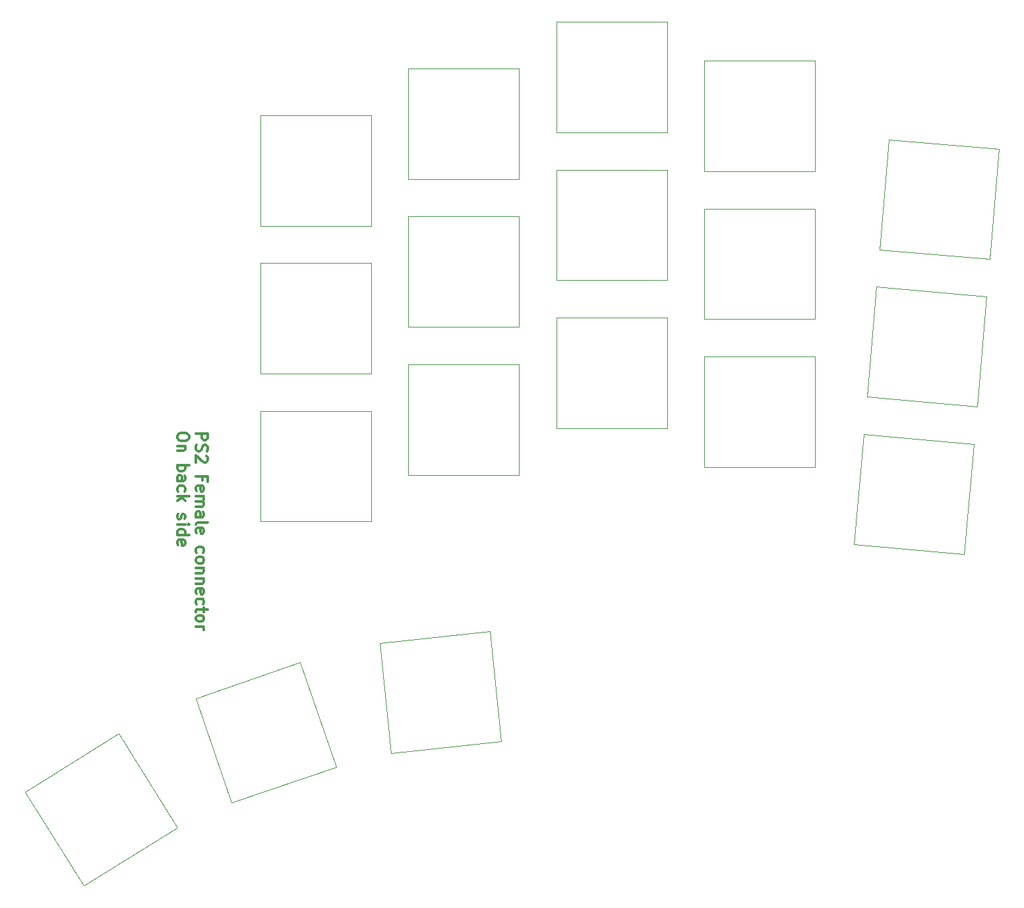
<source format=gbr>
%TF.GenerationSoftware,KiCad,Pcbnew,7.0.7*%
%TF.CreationDate,2023-11-23T18:27:24-07:00*%
%TF.ProjectId,TypeStationX - Right,54797065-5374-4617-9469-6f6e58202d20,rev?*%
%TF.SameCoordinates,Original*%
%TF.FileFunction,Legend,Top*%
%TF.FilePolarity,Positive*%
%FSLAX46Y46*%
G04 Gerber Fmt 4.6, Leading zero omitted, Abs format (unit mm)*
G04 Created by KiCad (PCBNEW 7.0.7) date 2023-11-23 18:27:24*
%MOMM*%
%LPD*%
G01*
G04 APERTURE LIST*
%ADD10C,0.300000*%
%ADD11C,0.120000*%
G04 APERTURE END LIST*
D10*
X178087398Y-97503589D02*
X179587398Y-97503589D01*
X179587398Y-97503589D02*
X179587398Y-98075018D01*
X179587398Y-98075018D02*
X179515969Y-98217875D01*
X179515969Y-98217875D02*
X179444541Y-98289304D01*
X179444541Y-98289304D02*
X179301684Y-98360732D01*
X179301684Y-98360732D02*
X179087398Y-98360732D01*
X179087398Y-98360732D02*
X178944541Y-98289304D01*
X178944541Y-98289304D02*
X178873112Y-98217875D01*
X178873112Y-98217875D02*
X178801684Y-98075018D01*
X178801684Y-98075018D02*
X178801684Y-97503589D01*
X178158827Y-98932161D02*
X178087398Y-99146447D01*
X178087398Y-99146447D02*
X178087398Y-99503589D01*
X178087398Y-99503589D02*
X178158827Y-99646447D01*
X178158827Y-99646447D02*
X178230255Y-99717875D01*
X178230255Y-99717875D02*
X178373112Y-99789304D01*
X178373112Y-99789304D02*
X178515969Y-99789304D01*
X178515969Y-99789304D02*
X178658827Y-99717875D01*
X178658827Y-99717875D02*
X178730255Y-99646447D01*
X178730255Y-99646447D02*
X178801684Y-99503589D01*
X178801684Y-99503589D02*
X178873112Y-99217875D01*
X178873112Y-99217875D02*
X178944541Y-99075018D01*
X178944541Y-99075018D02*
X179015969Y-99003589D01*
X179015969Y-99003589D02*
X179158827Y-98932161D01*
X179158827Y-98932161D02*
X179301684Y-98932161D01*
X179301684Y-98932161D02*
X179444541Y-99003589D01*
X179444541Y-99003589D02*
X179515969Y-99075018D01*
X179515969Y-99075018D02*
X179587398Y-99217875D01*
X179587398Y-99217875D02*
X179587398Y-99575018D01*
X179587398Y-99575018D02*
X179515969Y-99789304D01*
X179444541Y-100360732D02*
X179515969Y-100432160D01*
X179515969Y-100432160D02*
X179587398Y-100575018D01*
X179587398Y-100575018D02*
X179587398Y-100932160D01*
X179587398Y-100932160D02*
X179515969Y-101075018D01*
X179515969Y-101075018D02*
X179444541Y-101146446D01*
X179444541Y-101146446D02*
X179301684Y-101217875D01*
X179301684Y-101217875D02*
X179158827Y-101217875D01*
X179158827Y-101217875D02*
X178944541Y-101146446D01*
X178944541Y-101146446D02*
X178087398Y-100289303D01*
X178087398Y-100289303D02*
X178087398Y-101217875D01*
X178873112Y-103503588D02*
X178873112Y-103003588D01*
X178087398Y-103003588D02*
X179587398Y-103003588D01*
X179587398Y-103003588D02*
X179587398Y-103717874D01*
X178158827Y-104860731D02*
X178087398Y-104717874D01*
X178087398Y-104717874D02*
X178087398Y-104432160D01*
X178087398Y-104432160D02*
X178158827Y-104289302D01*
X178158827Y-104289302D02*
X178301684Y-104217874D01*
X178301684Y-104217874D02*
X178873112Y-104217874D01*
X178873112Y-104217874D02*
X179015969Y-104289302D01*
X179015969Y-104289302D02*
X179087398Y-104432160D01*
X179087398Y-104432160D02*
X179087398Y-104717874D01*
X179087398Y-104717874D02*
X179015969Y-104860731D01*
X179015969Y-104860731D02*
X178873112Y-104932160D01*
X178873112Y-104932160D02*
X178730255Y-104932160D01*
X178730255Y-104932160D02*
X178587398Y-104217874D01*
X178087398Y-105575016D02*
X179087398Y-105575016D01*
X178944541Y-105575016D02*
X179015969Y-105646445D01*
X179015969Y-105646445D02*
X179087398Y-105789302D01*
X179087398Y-105789302D02*
X179087398Y-106003588D01*
X179087398Y-106003588D02*
X179015969Y-106146445D01*
X179015969Y-106146445D02*
X178873112Y-106217874D01*
X178873112Y-106217874D02*
X178087398Y-106217874D01*
X178873112Y-106217874D02*
X179015969Y-106289302D01*
X179015969Y-106289302D02*
X179087398Y-106432159D01*
X179087398Y-106432159D02*
X179087398Y-106646445D01*
X179087398Y-106646445D02*
X179015969Y-106789302D01*
X179015969Y-106789302D02*
X178873112Y-106860731D01*
X178873112Y-106860731D02*
X178087398Y-106860731D01*
X178087398Y-108217874D02*
X178873112Y-108217874D01*
X178873112Y-108217874D02*
X179015969Y-108146445D01*
X179015969Y-108146445D02*
X179087398Y-108003588D01*
X179087398Y-108003588D02*
X179087398Y-107717874D01*
X179087398Y-107717874D02*
X179015969Y-107575016D01*
X178158827Y-108217874D02*
X178087398Y-108075016D01*
X178087398Y-108075016D02*
X178087398Y-107717874D01*
X178087398Y-107717874D02*
X178158827Y-107575016D01*
X178158827Y-107575016D02*
X178301684Y-107503588D01*
X178301684Y-107503588D02*
X178444541Y-107503588D01*
X178444541Y-107503588D02*
X178587398Y-107575016D01*
X178587398Y-107575016D02*
X178658827Y-107717874D01*
X178658827Y-107717874D02*
X178658827Y-108075016D01*
X178658827Y-108075016D02*
X178730255Y-108217874D01*
X178087398Y-109146445D02*
X178158827Y-109003588D01*
X178158827Y-109003588D02*
X178301684Y-108932159D01*
X178301684Y-108932159D02*
X179587398Y-108932159D01*
X178158827Y-110289302D02*
X178087398Y-110146445D01*
X178087398Y-110146445D02*
X178087398Y-109860731D01*
X178087398Y-109860731D02*
X178158827Y-109717873D01*
X178158827Y-109717873D02*
X178301684Y-109646445D01*
X178301684Y-109646445D02*
X178873112Y-109646445D01*
X178873112Y-109646445D02*
X179015969Y-109717873D01*
X179015969Y-109717873D02*
X179087398Y-109860731D01*
X179087398Y-109860731D02*
X179087398Y-110146445D01*
X179087398Y-110146445D02*
X179015969Y-110289302D01*
X179015969Y-110289302D02*
X178873112Y-110360731D01*
X178873112Y-110360731D02*
X178730255Y-110360731D01*
X178730255Y-110360731D02*
X178587398Y-109646445D01*
X178158827Y-112789302D02*
X178087398Y-112646444D01*
X178087398Y-112646444D02*
X178087398Y-112360730D01*
X178087398Y-112360730D02*
X178158827Y-112217873D01*
X178158827Y-112217873D02*
X178230255Y-112146444D01*
X178230255Y-112146444D02*
X178373112Y-112075016D01*
X178373112Y-112075016D02*
X178801684Y-112075016D01*
X178801684Y-112075016D02*
X178944541Y-112146444D01*
X178944541Y-112146444D02*
X179015969Y-112217873D01*
X179015969Y-112217873D02*
X179087398Y-112360730D01*
X179087398Y-112360730D02*
X179087398Y-112646444D01*
X179087398Y-112646444D02*
X179015969Y-112789302D01*
X178087398Y-113646444D02*
X178158827Y-113503587D01*
X178158827Y-113503587D02*
X178230255Y-113432158D01*
X178230255Y-113432158D02*
X178373112Y-113360730D01*
X178373112Y-113360730D02*
X178801684Y-113360730D01*
X178801684Y-113360730D02*
X178944541Y-113432158D01*
X178944541Y-113432158D02*
X179015969Y-113503587D01*
X179015969Y-113503587D02*
X179087398Y-113646444D01*
X179087398Y-113646444D02*
X179087398Y-113860730D01*
X179087398Y-113860730D02*
X179015969Y-114003587D01*
X179015969Y-114003587D02*
X178944541Y-114075016D01*
X178944541Y-114075016D02*
X178801684Y-114146444D01*
X178801684Y-114146444D02*
X178373112Y-114146444D01*
X178373112Y-114146444D02*
X178230255Y-114075016D01*
X178230255Y-114075016D02*
X178158827Y-114003587D01*
X178158827Y-114003587D02*
X178087398Y-113860730D01*
X178087398Y-113860730D02*
X178087398Y-113646444D01*
X179087398Y-114789301D02*
X178087398Y-114789301D01*
X178944541Y-114789301D02*
X179015969Y-114860730D01*
X179015969Y-114860730D02*
X179087398Y-115003587D01*
X179087398Y-115003587D02*
X179087398Y-115217873D01*
X179087398Y-115217873D02*
X179015969Y-115360730D01*
X179015969Y-115360730D02*
X178873112Y-115432159D01*
X178873112Y-115432159D02*
X178087398Y-115432159D01*
X179087398Y-116146444D02*
X178087398Y-116146444D01*
X178944541Y-116146444D02*
X179015969Y-116217873D01*
X179015969Y-116217873D02*
X179087398Y-116360730D01*
X179087398Y-116360730D02*
X179087398Y-116575016D01*
X179087398Y-116575016D02*
X179015969Y-116717873D01*
X179015969Y-116717873D02*
X178873112Y-116789302D01*
X178873112Y-116789302D02*
X178087398Y-116789302D01*
X178158827Y-118075016D02*
X178087398Y-117932159D01*
X178087398Y-117932159D02*
X178087398Y-117646445D01*
X178087398Y-117646445D02*
X178158827Y-117503587D01*
X178158827Y-117503587D02*
X178301684Y-117432159D01*
X178301684Y-117432159D02*
X178873112Y-117432159D01*
X178873112Y-117432159D02*
X179015969Y-117503587D01*
X179015969Y-117503587D02*
X179087398Y-117646445D01*
X179087398Y-117646445D02*
X179087398Y-117932159D01*
X179087398Y-117932159D02*
X179015969Y-118075016D01*
X179015969Y-118075016D02*
X178873112Y-118146445D01*
X178873112Y-118146445D02*
X178730255Y-118146445D01*
X178730255Y-118146445D02*
X178587398Y-117432159D01*
X178158827Y-119432159D02*
X178087398Y-119289301D01*
X178087398Y-119289301D02*
X178087398Y-119003587D01*
X178087398Y-119003587D02*
X178158827Y-118860730D01*
X178158827Y-118860730D02*
X178230255Y-118789301D01*
X178230255Y-118789301D02*
X178373112Y-118717873D01*
X178373112Y-118717873D02*
X178801684Y-118717873D01*
X178801684Y-118717873D02*
X178944541Y-118789301D01*
X178944541Y-118789301D02*
X179015969Y-118860730D01*
X179015969Y-118860730D02*
X179087398Y-119003587D01*
X179087398Y-119003587D02*
X179087398Y-119289301D01*
X179087398Y-119289301D02*
X179015969Y-119432159D01*
X179087398Y-119860730D02*
X179087398Y-120432158D01*
X179587398Y-120075015D02*
X178301684Y-120075015D01*
X178301684Y-120075015D02*
X178158827Y-120146444D01*
X178158827Y-120146444D02*
X178087398Y-120289301D01*
X178087398Y-120289301D02*
X178087398Y-120432158D01*
X178087398Y-121146444D02*
X178158827Y-121003587D01*
X178158827Y-121003587D02*
X178230255Y-120932158D01*
X178230255Y-120932158D02*
X178373112Y-120860730D01*
X178373112Y-120860730D02*
X178801684Y-120860730D01*
X178801684Y-120860730D02*
X178944541Y-120932158D01*
X178944541Y-120932158D02*
X179015969Y-121003587D01*
X179015969Y-121003587D02*
X179087398Y-121146444D01*
X179087398Y-121146444D02*
X179087398Y-121360730D01*
X179087398Y-121360730D02*
X179015969Y-121503587D01*
X179015969Y-121503587D02*
X178944541Y-121575016D01*
X178944541Y-121575016D02*
X178801684Y-121646444D01*
X178801684Y-121646444D02*
X178373112Y-121646444D01*
X178373112Y-121646444D02*
X178230255Y-121575016D01*
X178230255Y-121575016D02*
X178158827Y-121503587D01*
X178158827Y-121503587D02*
X178087398Y-121360730D01*
X178087398Y-121360730D02*
X178087398Y-121146444D01*
X178087398Y-122289301D02*
X179087398Y-122289301D01*
X178801684Y-122289301D02*
X178944541Y-122360730D01*
X178944541Y-122360730D02*
X179015969Y-122432159D01*
X179015969Y-122432159D02*
X179087398Y-122575016D01*
X179087398Y-122575016D02*
X179087398Y-122717873D01*
X177172398Y-97789304D02*
X177172398Y-98075018D01*
X177172398Y-98075018D02*
X177100969Y-98217875D01*
X177100969Y-98217875D02*
X176958112Y-98360732D01*
X176958112Y-98360732D02*
X176672398Y-98432161D01*
X176672398Y-98432161D02*
X176172398Y-98432161D01*
X176172398Y-98432161D02*
X175886684Y-98360732D01*
X175886684Y-98360732D02*
X175743827Y-98217875D01*
X175743827Y-98217875D02*
X175672398Y-98075018D01*
X175672398Y-98075018D02*
X175672398Y-97789304D01*
X175672398Y-97789304D02*
X175743827Y-97646447D01*
X175743827Y-97646447D02*
X175886684Y-97503589D01*
X175886684Y-97503589D02*
X176172398Y-97432161D01*
X176172398Y-97432161D02*
X176672398Y-97432161D01*
X176672398Y-97432161D02*
X176958112Y-97503589D01*
X176958112Y-97503589D02*
X177100969Y-97646447D01*
X177100969Y-97646447D02*
X177172398Y-97789304D01*
X176672398Y-99075018D02*
X175672398Y-99075018D01*
X176529541Y-99075018D02*
X176600969Y-99146447D01*
X176600969Y-99146447D02*
X176672398Y-99289304D01*
X176672398Y-99289304D02*
X176672398Y-99503590D01*
X176672398Y-99503590D02*
X176600969Y-99646447D01*
X176600969Y-99646447D02*
X176458112Y-99717876D01*
X176458112Y-99717876D02*
X175672398Y-99717876D01*
X175672398Y-101575018D02*
X177172398Y-101575018D01*
X176600969Y-101575018D02*
X176672398Y-101717876D01*
X176672398Y-101717876D02*
X176672398Y-102003590D01*
X176672398Y-102003590D02*
X176600969Y-102146447D01*
X176600969Y-102146447D02*
X176529541Y-102217876D01*
X176529541Y-102217876D02*
X176386684Y-102289304D01*
X176386684Y-102289304D02*
X175958112Y-102289304D01*
X175958112Y-102289304D02*
X175815255Y-102217876D01*
X175815255Y-102217876D02*
X175743827Y-102146447D01*
X175743827Y-102146447D02*
X175672398Y-102003590D01*
X175672398Y-102003590D02*
X175672398Y-101717876D01*
X175672398Y-101717876D02*
X175743827Y-101575018D01*
X175672398Y-103575019D02*
X176458112Y-103575019D01*
X176458112Y-103575019D02*
X176600969Y-103503590D01*
X176600969Y-103503590D02*
X176672398Y-103360733D01*
X176672398Y-103360733D02*
X176672398Y-103075019D01*
X176672398Y-103075019D02*
X176600969Y-102932161D01*
X175743827Y-103575019D02*
X175672398Y-103432161D01*
X175672398Y-103432161D02*
X175672398Y-103075019D01*
X175672398Y-103075019D02*
X175743827Y-102932161D01*
X175743827Y-102932161D02*
X175886684Y-102860733D01*
X175886684Y-102860733D02*
X176029541Y-102860733D01*
X176029541Y-102860733D02*
X176172398Y-102932161D01*
X176172398Y-102932161D02*
X176243827Y-103075019D01*
X176243827Y-103075019D02*
X176243827Y-103432161D01*
X176243827Y-103432161D02*
X176315255Y-103575019D01*
X175743827Y-104932162D02*
X175672398Y-104789304D01*
X175672398Y-104789304D02*
X175672398Y-104503590D01*
X175672398Y-104503590D02*
X175743827Y-104360733D01*
X175743827Y-104360733D02*
X175815255Y-104289304D01*
X175815255Y-104289304D02*
X175958112Y-104217876D01*
X175958112Y-104217876D02*
X176386684Y-104217876D01*
X176386684Y-104217876D02*
X176529541Y-104289304D01*
X176529541Y-104289304D02*
X176600969Y-104360733D01*
X176600969Y-104360733D02*
X176672398Y-104503590D01*
X176672398Y-104503590D02*
X176672398Y-104789304D01*
X176672398Y-104789304D02*
X176600969Y-104932162D01*
X175672398Y-105575018D02*
X177172398Y-105575018D01*
X176243827Y-105717876D02*
X175672398Y-106146447D01*
X176672398Y-106146447D02*
X176100969Y-105575018D01*
X175743827Y-107860733D02*
X175672398Y-108003590D01*
X175672398Y-108003590D02*
X175672398Y-108289304D01*
X175672398Y-108289304D02*
X175743827Y-108432161D01*
X175743827Y-108432161D02*
X175886684Y-108503590D01*
X175886684Y-108503590D02*
X175958112Y-108503590D01*
X175958112Y-108503590D02*
X176100969Y-108432161D01*
X176100969Y-108432161D02*
X176172398Y-108289304D01*
X176172398Y-108289304D02*
X176172398Y-108075019D01*
X176172398Y-108075019D02*
X176243827Y-107932161D01*
X176243827Y-107932161D02*
X176386684Y-107860733D01*
X176386684Y-107860733D02*
X176458112Y-107860733D01*
X176458112Y-107860733D02*
X176600969Y-107932161D01*
X176600969Y-107932161D02*
X176672398Y-108075019D01*
X176672398Y-108075019D02*
X176672398Y-108289304D01*
X176672398Y-108289304D02*
X176600969Y-108432161D01*
X175672398Y-109146447D02*
X176672398Y-109146447D01*
X177172398Y-109146447D02*
X177100969Y-109075019D01*
X177100969Y-109075019D02*
X177029541Y-109146447D01*
X177029541Y-109146447D02*
X177100969Y-109217876D01*
X177100969Y-109217876D02*
X177172398Y-109146447D01*
X177172398Y-109146447D02*
X177029541Y-109146447D01*
X175672398Y-110503591D02*
X177172398Y-110503591D01*
X175743827Y-110503591D02*
X175672398Y-110360733D01*
X175672398Y-110360733D02*
X175672398Y-110075019D01*
X175672398Y-110075019D02*
X175743827Y-109932162D01*
X175743827Y-109932162D02*
X175815255Y-109860733D01*
X175815255Y-109860733D02*
X175958112Y-109789305D01*
X175958112Y-109789305D02*
X176386684Y-109789305D01*
X176386684Y-109789305D02*
X176529541Y-109860733D01*
X176529541Y-109860733D02*
X176600969Y-109932162D01*
X176600969Y-109932162D02*
X176672398Y-110075019D01*
X176672398Y-110075019D02*
X176672398Y-110360733D01*
X176672398Y-110360733D02*
X176600969Y-110503591D01*
X175743827Y-111789305D02*
X175672398Y-111646448D01*
X175672398Y-111646448D02*
X175672398Y-111360734D01*
X175672398Y-111360734D02*
X175743827Y-111217876D01*
X175743827Y-111217876D02*
X175886684Y-111146448D01*
X175886684Y-111146448D02*
X176458112Y-111146448D01*
X176458112Y-111146448D02*
X176600969Y-111217876D01*
X176600969Y-111217876D02*
X176672398Y-111360734D01*
X176672398Y-111360734D02*
X176672398Y-111646448D01*
X176672398Y-111646448D02*
X176600969Y-111789305D01*
X176600969Y-111789305D02*
X176458112Y-111860734D01*
X176458112Y-111860734D02*
X176315255Y-111860734D01*
X176315255Y-111860734D02*
X176172398Y-111146448D01*
D11*
%TO.C,S31*%
X243355964Y-87599079D02*
X243355964Y-101799079D01*
X243355964Y-101799079D02*
X257555964Y-101799079D01*
X257555964Y-87599079D02*
X243355964Y-87599079D01*
X257555964Y-101799079D02*
X257555964Y-87599079D01*
%TO.C,S22*%
X205355964Y-50599079D02*
X205355964Y-64799079D01*
X205355964Y-64799079D02*
X219555964Y-64799079D01*
X219555964Y-50599079D02*
X205355964Y-50599079D01*
X219555964Y-64799079D02*
X219555964Y-50599079D01*
%TO.C,S25*%
X224355964Y-44599079D02*
X224355964Y-58799079D01*
X224355964Y-58799079D02*
X238555964Y-58799079D01*
X238555964Y-44599079D02*
X224355964Y-44599079D01*
X238555964Y-58799079D02*
X238555964Y-44599079D01*
%TO.C,S28*%
X156096287Y-143582889D02*
X163621140Y-155625172D01*
X163621140Y-155625172D02*
X175663423Y-148100319D01*
X168138570Y-136058036D02*
X156096287Y-143582889D01*
X175663423Y-148100319D02*
X168138570Y-136058036D01*
%TO.C,S34*%
X265445945Y-78622285D02*
X264208334Y-92768250D01*
X264208334Y-92768250D02*
X278354299Y-94005861D01*
X279591910Y-79859896D02*
X265445945Y-78622285D01*
X278354299Y-94005861D02*
X279591910Y-79859896D01*
%TO.C,S23*%
X205355964Y-69599079D02*
X205355964Y-83799079D01*
X205355964Y-83799079D02*
X219555964Y-83799079D01*
X219555964Y-69599079D02*
X205355964Y-69599079D01*
X219555964Y-83799079D02*
X219555964Y-69599079D01*
%TO.C,S30*%
X243355964Y-68599079D02*
X243355964Y-82799079D01*
X243355964Y-82799079D02*
X257555964Y-82799079D01*
X257555964Y-68599079D02*
X243355964Y-68599079D01*
X257555964Y-82799079D02*
X257555964Y-68599079D01*
%TO.C,S19*%
X186355962Y-56599079D02*
X186355962Y-70799079D01*
X186355962Y-70799079D02*
X200555962Y-70799079D01*
X200555962Y-56599079D02*
X186355962Y-56599079D01*
X200555962Y-70799079D02*
X200555962Y-56599079D01*
%TO.C,S26*%
X224355964Y-63599079D02*
X224355964Y-77799079D01*
X224355964Y-77799079D02*
X238555964Y-77799079D01*
X238555964Y-63599079D02*
X224355964Y-63599079D01*
X238555964Y-77799079D02*
X238555964Y-63599079D01*
%TO.C,S21*%
X186355962Y-94599079D02*
X186355962Y-108799079D01*
X186355962Y-108799079D02*
X200555962Y-108799079D01*
X200555962Y-94599079D02*
X186355962Y-94599079D01*
X200555962Y-108799079D02*
X200555962Y-94599079D01*
%TO.C,S32*%
X178038627Y-131502346D02*
X182661695Y-144928710D01*
X182661695Y-144928710D02*
X196088059Y-140305642D01*
X191464991Y-126879278D02*
X178038627Y-131502346D01*
X196088059Y-140305642D02*
X191464991Y-126879278D01*
%TO.C,S27*%
X224355964Y-82599079D02*
X224355964Y-96799079D01*
X224355964Y-96799079D02*
X238555964Y-96799079D01*
X238555964Y-82599079D02*
X224355964Y-82599079D01*
X238555964Y-96799079D02*
X238555964Y-82599079D01*
%TO.C,S35*%
X263797929Y-97619704D02*
X262560318Y-111765669D01*
X262560318Y-111765669D02*
X276706283Y-113003280D01*
X277943894Y-98857315D02*
X263797929Y-97619704D01*
X276706283Y-113003280D02*
X277943894Y-98857315D01*
%TO.C,S20*%
X186355962Y-75599079D02*
X186355962Y-89799079D01*
X186355962Y-89799079D02*
X200555962Y-89799079D01*
X200555962Y-75599079D02*
X186355962Y-75599079D01*
X200555962Y-89799079D02*
X200555962Y-75599079D01*
%TO.C,S29*%
X243355964Y-49599079D02*
X243355964Y-63799079D01*
X243355964Y-63799079D02*
X257555964Y-63799079D01*
X257555964Y-49599079D02*
X243355964Y-49599079D01*
X257555964Y-63799079D02*
X257555964Y-49599079D01*
%TO.C,S33*%
X267055170Y-59716184D02*
X265817559Y-73862149D01*
X265817559Y-73862149D02*
X279963524Y-75099760D01*
X281201135Y-60953795D02*
X267055170Y-59716184D01*
X279963524Y-75099760D02*
X281201135Y-60953795D01*
%TO.C,S36*%
X201657773Y-124429648D02*
X203142078Y-138551859D01*
X203142078Y-138551859D02*
X217264289Y-137067554D01*
X215779984Y-122945343D02*
X201657773Y-124429648D01*
X217264289Y-137067554D02*
X215779984Y-122945343D01*
%TO.C,S24*%
X205355964Y-88599079D02*
X205355964Y-102799079D01*
X205355964Y-102799079D02*
X219555964Y-102799079D01*
X219555964Y-88599079D02*
X205355964Y-88599079D01*
X219555964Y-102799079D02*
X219555964Y-88599079D01*
%TD*%
M02*

</source>
